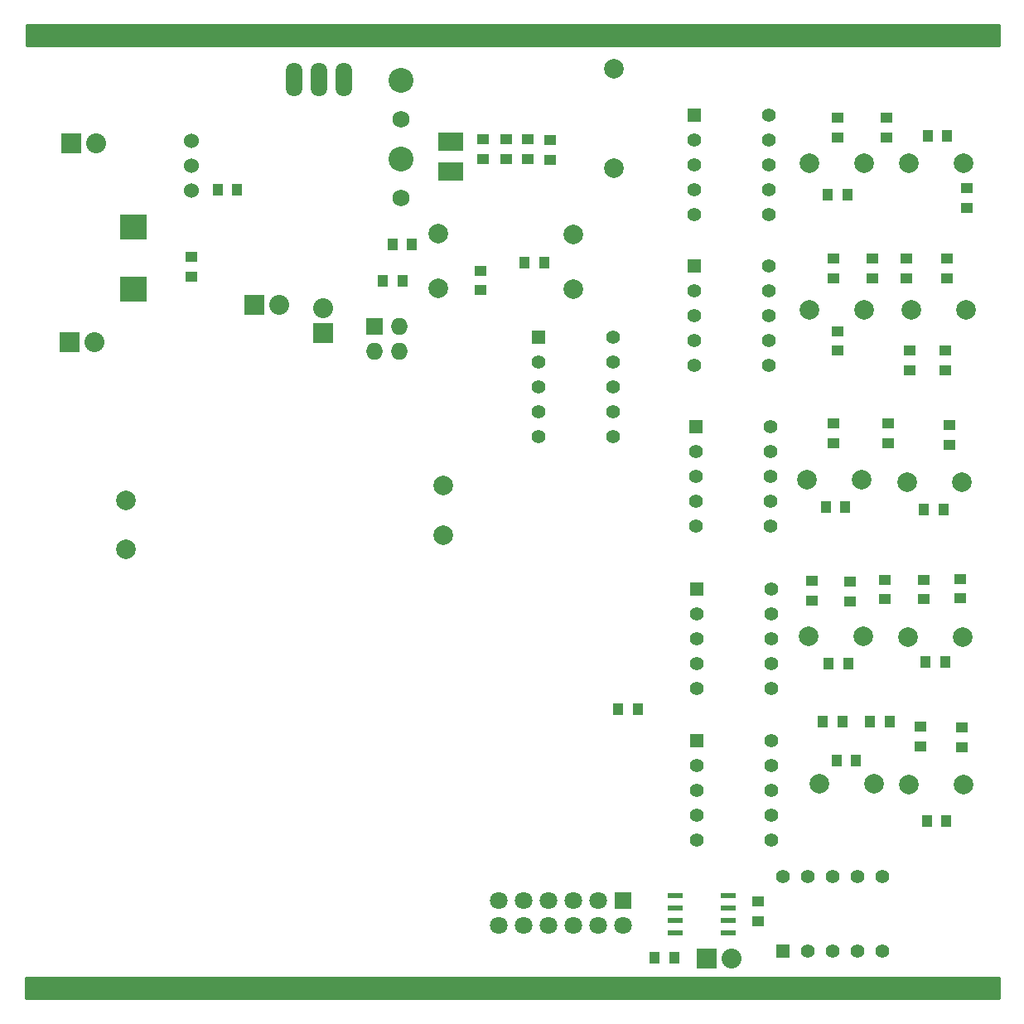
<source format=gbs>
%FSLAX46Y46*%
G04 Gerber Fmt 4.6, Leading zero omitted, Abs format (unit mm)*
G04 Created by KiCad (PCBNEW (2014-10-27 BZR 5228)-product) date 23/02/2015 12:19:06*
%MOMM*%
G01*
G04 APERTURE LIST*
%ADD10C,0.100000*%
%ADD11C,1.998980*%
%ADD12R,2.032000X2.032000*%
%ADD13O,2.032000X2.032000*%
%ADD14O,1.699260X3.500120*%
%ADD15R,1.727200X1.727200*%
%ADD16O,1.727200X1.727200*%
%ADD17C,1.524000*%
%ADD18C,2.540000*%
%ADD19C,1.727200*%
%ADD20R,1.397000X1.397000*%
%ADD21C,1.397000*%
%ADD22R,1.000000X1.250000*%
%ADD23R,1.250000X1.000000*%
%ADD24R,2.700020X2.550160*%
%ADD25R,2.499360X1.950720*%
%ADD26R,1.800000X1.800000*%
%ADD27C,1.800000*%
%ADD28R,1.550000X0.600000*%
%ADD29C,0.254000*%
G04 APERTURE END LIST*
D10*
D11*
X160375600Y-64919860D03*
X160375600Y-54759860D03*
X142392400Y-77228700D03*
X142392400Y-71640700D03*
X156197300Y-77292200D03*
X156197300Y-71704200D03*
X196092000Y-64396000D03*
X190504000Y-64396000D03*
X196292000Y-79396000D03*
X190704000Y-79396000D03*
X195892000Y-96996000D03*
X190304000Y-96996000D03*
X181308000Y-127804000D03*
X186896000Y-127804000D03*
X195992000Y-112896000D03*
X190404000Y-112896000D03*
X185892000Y-64396000D03*
X180304000Y-64396000D03*
X185892000Y-79396000D03*
X180304000Y-79396000D03*
X185692000Y-96796000D03*
X180104000Y-96796000D03*
X196092000Y-127896000D03*
X190504000Y-127896000D03*
X185792000Y-112796000D03*
X180204000Y-112796000D03*
D12*
X130644900Y-81788000D03*
D13*
X130644900Y-79248000D03*
D12*
X123630000Y-78900000D03*
D13*
X126170000Y-78900000D03*
D12*
X104930000Y-62400000D03*
D13*
X107470000Y-62400000D03*
D12*
X104730000Y-82700000D03*
D13*
X107270000Y-82700000D03*
D14*
X130200000Y-55900000D03*
X132740000Y-55900000D03*
X127660000Y-55900000D03*
D11*
X110500000Y-98900640D03*
X110500000Y-103901900D03*
X142900000Y-102399360D03*
X142900000Y-97398100D03*
D15*
X135902700Y-81140300D03*
D16*
X135902700Y-83680300D03*
X138442700Y-81140300D03*
X138442700Y-83680300D03*
D17*
X117170200Y-64668400D03*
X117170200Y-62128400D03*
X117170200Y-67208400D03*
D18*
X138582400Y-55976000D03*
D19*
X138582400Y-59976000D03*
D18*
X138582400Y-63976000D03*
D19*
X138582400Y-67976000D03*
D20*
X152603200Y-82207100D03*
D21*
X152603200Y-84747100D03*
X152603200Y-87287100D03*
X152603200Y-89827100D03*
X152603200Y-92367100D03*
X160223200Y-92367100D03*
X160223200Y-89827100D03*
X160223200Y-87287100D03*
X160223200Y-84747100D03*
X160223200Y-82207100D03*
D20*
X168590000Y-59520000D03*
D21*
X168590000Y-62060000D03*
X168590000Y-64600000D03*
X168590000Y-67140000D03*
X168590000Y-69680000D03*
X176210000Y-69680000D03*
X176210000Y-67140000D03*
X176210000Y-64600000D03*
X176210000Y-62060000D03*
X176210000Y-59520000D03*
D20*
X168590000Y-74920000D03*
D21*
X168590000Y-77460000D03*
X168590000Y-80000000D03*
X168590000Y-82540000D03*
X168590000Y-85080000D03*
X176210000Y-85080000D03*
X176210000Y-82540000D03*
X176210000Y-80000000D03*
X176210000Y-77460000D03*
X176210000Y-74920000D03*
D20*
X168690000Y-91320000D03*
D21*
X168690000Y-93860000D03*
X168690000Y-96400000D03*
X168690000Y-98940000D03*
X168690000Y-101480000D03*
X176310000Y-101480000D03*
X176310000Y-98940000D03*
X176310000Y-96400000D03*
X176310000Y-93860000D03*
X176310000Y-91320000D03*
D20*
X168790000Y-107920000D03*
D21*
X168790000Y-110460000D03*
X168790000Y-113000000D03*
X168790000Y-115540000D03*
X168790000Y-118080000D03*
X176410000Y-118080000D03*
X176410000Y-115540000D03*
X176410000Y-113000000D03*
X176410000Y-110460000D03*
X176410000Y-107920000D03*
D20*
X168790000Y-123420000D03*
D21*
X168790000Y-125960000D03*
X168790000Y-128500000D03*
X168790000Y-131040000D03*
X168790000Y-133580000D03*
X176410000Y-133580000D03*
X176410000Y-131040000D03*
X176410000Y-128500000D03*
X176410000Y-125960000D03*
X176410000Y-123420000D03*
D22*
X119853200Y-67132200D03*
X121853200Y-67132200D03*
D23*
X117200000Y-74000000D03*
X117200000Y-76000000D03*
X146989800Y-63979300D03*
X146989800Y-61979300D03*
X151561800Y-63979300D03*
X151561800Y-61979300D03*
X149313900Y-63979300D03*
X149313900Y-61979300D03*
X153809700Y-64055500D03*
X153809700Y-62055500D03*
D22*
X139700000Y-72700000D03*
X137700000Y-72700000D03*
X138731500Y-76428600D03*
X136731500Y-76428600D03*
X153222200Y-74561700D03*
X151222200Y-74561700D03*
D23*
X196400000Y-67000000D03*
X196400000Y-69000000D03*
X194200000Y-83600000D03*
X194200000Y-85600000D03*
X194600000Y-93200000D03*
X194600000Y-91200000D03*
X195700000Y-108900000D03*
X195700000Y-106900000D03*
X192000000Y-109000000D03*
X192000000Y-107000000D03*
D22*
X181700000Y-121500000D03*
X183700000Y-121500000D03*
X194400000Y-61600000D03*
X192400000Y-61600000D03*
D23*
X183200000Y-83600000D03*
X183200000Y-81600000D03*
D22*
X194000000Y-99800000D03*
X192000000Y-99800000D03*
X185100000Y-125500000D03*
X183100000Y-125500000D03*
X194200000Y-115400000D03*
X192200000Y-115400000D03*
X186500000Y-121500000D03*
X188500000Y-121500000D03*
D23*
X188200000Y-61800000D03*
X188200000Y-59800000D03*
X194400000Y-76200000D03*
X194400000Y-74200000D03*
X188400000Y-93000000D03*
X188400000Y-91000000D03*
X195900000Y-124100000D03*
X195900000Y-122100000D03*
X188000000Y-109000000D03*
X188000000Y-107000000D03*
D22*
X184200000Y-67600000D03*
X182200000Y-67600000D03*
D23*
X190200000Y-74200000D03*
X190200000Y-76200000D03*
D22*
X184000000Y-99600000D03*
X182000000Y-99600000D03*
X192306700Y-131660900D03*
X194306700Y-131660900D03*
X184300000Y-115600000D03*
X182300000Y-115600000D03*
D23*
X191700000Y-124000000D03*
X191700000Y-122000000D03*
X183200000Y-61800000D03*
X183200000Y-59800000D03*
X182800000Y-76200000D03*
X182800000Y-74200000D03*
X182800000Y-93000000D03*
X182800000Y-91000000D03*
X180600000Y-109100000D03*
X180600000Y-107100000D03*
X184500000Y-109200000D03*
X184500000Y-107200000D03*
X190600000Y-83600000D03*
X190600000Y-85600000D03*
X186800000Y-76200000D03*
X186800000Y-74200000D03*
D24*
X111200000Y-77275000D03*
X111200000Y-70925000D03*
D25*
X143675100Y-65290700D03*
X143675100Y-62191900D03*
D20*
X177620000Y-144910000D03*
D21*
X180160000Y-144910000D03*
X182700000Y-144910000D03*
X185240000Y-144910000D03*
X187780000Y-144910000D03*
X187780000Y-137290000D03*
X185240000Y-137290000D03*
X182700000Y-137290000D03*
X180160000Y-137290000D03*
X177620000Y-137290000D03*
D26*
X161300000Y-139800000D03*
D27*
X158760000Y-139800000D03*
X156220000Y-139800000D03*
X153680000Y-139800000D03*
X151140000Y-139800000D03*
X148600000Y-139800000D03*
X161300000Y-142340000D03*
X158760000Y-142340000D03*
X156220000Y-142340000D03*
X153680000Y-142340000D03*
X151140000Y-142340000D03*
X148600000Y-142340000D03*
D23*
X175100000Y-141900000D03*
X175100000Y-139900000D03*
X146700000Y-77400000D03*
X146700000Y-75400000D03*
D22*
X164500000Y-145600000D03*
X166500000Y-145600000D03*
X162800000Y-120200000D03*
X160800000Y-120200000D03*
D12*
X169830000Y-145700000D03*
D13*
X172370000Y-145700000D03*
D28*
X166600000Y-143105000D03*
X166600000Y-141835000D03*
X166600000Y-140565000D03*
X166600000Y-139295000D03*
X172000000Y-139295000D03*
X172000000Y-140565000D03*
X172000000Y-141835000D03*
X172000000Y-143105000D03*
D29*
G36*
X199673000Y-149773000D02*
X100227000Y-149773000D01*
X100227000Y-147627000D01*
X199673000Y-147627000D01*
X199673000Y-149773000D01*
X199673000Y-149773000D01*
G37*
X199673000Y-149773000D02*
X100227000Y-149773000D01*
X100227000Y-147627000D01*
X199673000Y-147627000D01*
X199673000Y-149773000D01*
G36*
X199673000Y-52373000D02*
X100327000Y-52373000D01*
X100327000Y-50327000D01*
X199673000Y-50327000D01*
X199673000Y-52373000D01*
X199673000Y-52373000D01*
G37*
X199673000Y-52373000D02*
X100327000Y-52373000D01*
X100327000Y-50327000D01*
X199673000Y-50327000D01*
X199673000Y-52373000D01*
M02*

</source>
